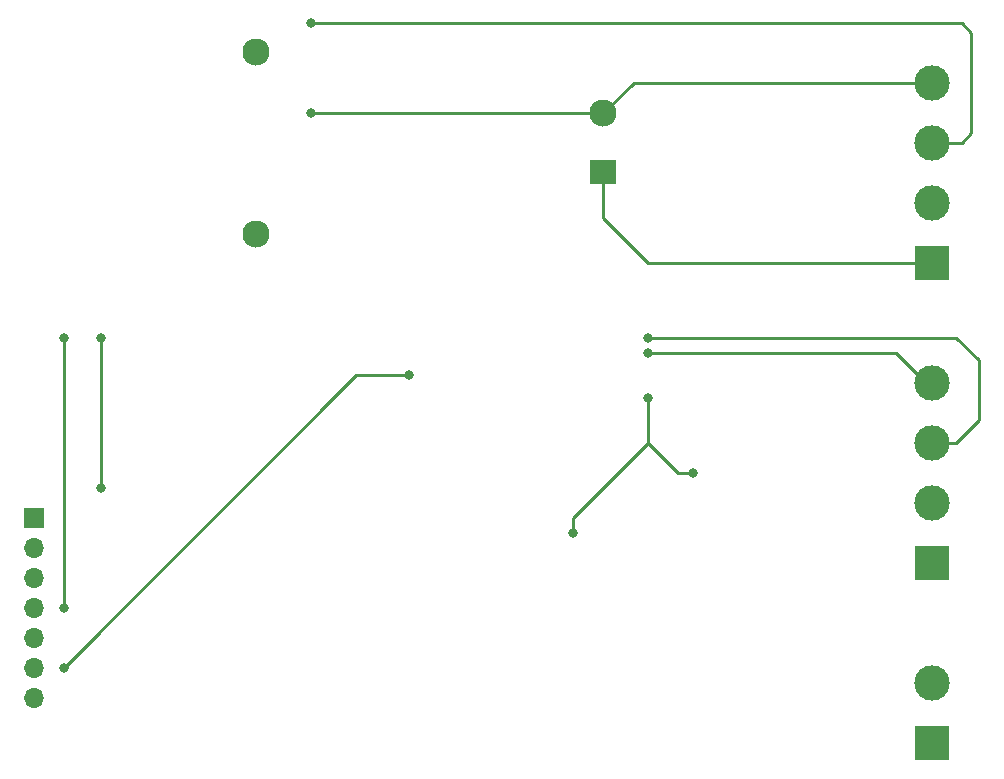
<source format=gbl>
G04 #@! TF.GenerationSoftware,KiCad,Pcbnew,(6.0.0-0)*
G04 #@! TF.CreationDate,2022-03-09T14:35:56+01:00*
G04 #@! TF.ProjectId,prototype-2,70726f74-6f74-4797-9065-2d322e6b6963,rev?*
G04 #@! TF.SameCoordinates,Original*
G04 #@! TF.FileFunction,Copper,L2,Bot*
G04 #@! TF.FilePolarity,Positive*
%FSLAX46Y46*%
G04 Gerber Fmt 4.6, Leading zero omitted, Abs format (unit mm)*
G04 Created by KiCad (PCBNEW (6.0.0-0)) date 2022-03-09 14:35:56*
%MOMM*%
%LPD*%
G01*
G04 APERTURE LIST*
G04 #@! TA.AperFunction,ComponentPad*
%ADD10R,3.000000X3.000000*%
G04 #@! TD*
G04 #@! TA.AperFunction,ComponentPad*
%ADD11C,3.000000*%
G04 #@! TD*
G04 #@! TA.AperFunction,ComponentPad*
%ADD12R,1.700000X1.700000*%
G04 #@! TD*
G04 #@! TA.AperFunction,ComponentPad*
%ADD13O,1.700000X1.700000*%
G04 #@! TD*
G04 #@! TA.AperFunction,ComponentPad*
%ADD14R,2.300000X2.000000*%
G04 #@! TD*
G04 #@! TA.AperFunction,ComponentPad*
%ADD15C,2.300000*%
G04 #@! TD*
G04 #@! TA.AperFunction,ViaPad*
%ADD16C,0.800000*%
G04 #@! TD*
G04 #@! TA.AperFunction,Conductor*
%ADD17C,0.250000*%
G04 #@! TD*
G04 APERTURE END LIST*
D10*
X187125000Y-99060000D03*
D11*
X187125000Y-93980000D03*
X187125000Y-88900000D03*
X187125000Y-83820000D03*
D12*
X111125000Y-95250000D03*
D13*
X111125000Y-97790000D03*
X111125000Y-100330000D03*
X111125000Y-102870000D03*
X111125000Y-105410000D03*
X111125000Y-107950000D03*
X111125000Y-110490000D03*
D10*
X187125000Y-114300000D03*
D11*
X187125000Y-109220000D03*
D14*
X159342500Y-66000000D03*
D15*
X159342500Y-61000000D03*
X129942500Y-71200000D03*
X129942500Y-55800000D03*
D10*
X187125000Y-73660000D03*
D11*
X187125000Y-68580000D03*
X187125000Y-63500000D03*
X187125000Y-58420000D03*
D16*
X113665000Y-80010000D03*
X116840000Y-92710000D03*
X116840000Y-80010000D03*
X142875000Y-83185000D03*
X113665000Y-107950000D03*
X113665000Y-102870000D03*
X156730000Y-96520000D03*
X163080000Y-81280000D03*
X163080000Y-85090000D03*
X166890000Y-91440000D03*
X134620000Y-53340000D03*
X134620000Y-60960000D03*
X163080000Y-80010000D03*
D17*
X113665000Y-102870000D02*
X113665000Y-80010000D01*
X116840000Y-92710000D02*
X116840000Y-80010000D01*
X138430000Y-83185000D02*
X142875000Y-83185000D01*
X113665000Y-107950000D02*
X138430000Y-83185000D01*
X187125000Y-88900000D02*
X189230000Y-88900000D01*
X189230000Y-88900000D02*
X191135000Y-86995000D01*
X191135000Y-81915000D02*
X189230000Y-80010000D01*
X191135000Y-86995000D02*
X191135000Y-81915000D01*
X189230000Y-80010000D02*
X163080000Y-80010000D01*
X163080000Y-81280000D02*
X184100000Y-81280000D01*
X184100000Y-81280000D02*
X186640000Y-83820000D01*
X186640000Y-83820000D02*
X187125000Y-83820000D01*
X156730000Y-95250000D02*
X156730000Y-96520000D01*
X163080000Y-88900000D02*
X156730000Y-95250000D01*
X163093750Y-73660000D02*
X187125000Y-73660000D01*
X159342500Y-66000000D02*
X159342500Y-69908750D01*
X159342500Y-69908750D02*
X163093750Y-73660000D01*
X163080000Y-88900000D02*
X165620000Y-91440000D01*
X163080000Y-85090000D02*
X163080000Y-88900000D01*
X165620000Y-91440000D02*
X166890000Y-91440000D01*
X190500000Y-54175000D02*
X189665000Y-53340000D01*
X187125000Y-63500000D02*
X189665000Y-63500000D01*
X190500000Y-62665000D02*
X190500000Y-54175000D01*
X189665000Y-53340000D02*
X134620000Y-53340000D01*
X189665000Y-63500000D02*
X190500000Y-62665000D01*
X161922500Y-58420000D02*
X159342500Y-61000000D01*
X134620000Y-60960000D02*
X134660000Y-61000000D01*
X187125000Y-58420000D02*
X161922500Y-58420000D01*
X134660000Y-61000000D02*
X159342500Y-61000000D01*
M02*

</source>
